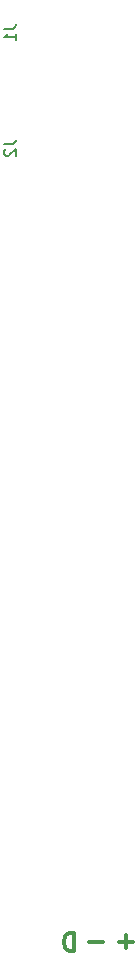
<source format=gbr>
G04 #@! TF.GenerationSoftware,KiCad,Pcbnew,(5.1.4)-1*
G04 #@! TF.CreationDate,2021-02-12T09:42:23+03:00*
G04 #@! TF.ProjectId,combined,636f6d62-696e-4656-942e-6b696361645f,rev?*
G04 #@! TF.SameCoordinates,Original*
G04 #@! TF.FileFunction,Legend,Bot*
G04 #@! TF.FilePolarity,Positive*
%FSLAX46Y46*%
G04 Gerber Fmt 4.6, Leading zero omitted, Abs format (unit mm)*
G04 Created by KiCad (PCBNEW (5.1.4)-1) date 2021-02-12 09:42:23*
%MOMM*%
%LPD*%
G04 APERTURE LIST*
%ADD10C,0.300000*%
%ADD11C,0.150000*%
G04 APERTURE END LIST*
D10*
X85280571Y-141878857D02*
X86423428Y-141878857D01*
X85852000Y-141307428D02*
X85852000Y-142450285D01*
X82740571Y-141878857D02*
X83883428Y-141878857D01*
X81418857Y-142664571D02*
X81418857Y-141164571D01*
X81061714Y-141164571D01*
X80847428Y-141236000D01*
X80704571Y-141378857D01*
X80633142Y-141521714D01*
X80561714Y-141807428D01*
X80561714Y-142021714D01*
X80633142Y-142307428D01*
X80704571Y-142450285D01*
X80847428Y-142593142D01*
X81061714Y-142664571D01*
X81418857Y-142664571D01*
D11*
X75525380Y-74342666D02*
X76239666Y-74342666D01*
X76382523Y-74295047D01*
X76477761Y-74199809D01*
X76525380Y-74056952D01*
X76525380Y-73961714D01*
X75620619Y-74771238D02*
X75573000Y-74818857D01*
X75525380Y-74914095D01*
X75525380Y-75152190D01*
X75573000Y-75247428D01*
X75620619Y-75295047D01*
X75715857Y-75342666D01*
X75811095Y-75342666D01*
X75953952Y-75295047D01*
X76525380Y-74723619D01*
X76525380Y-75342666D01*
X75525380Y-64563666D02*
X76239666Y-64563666D01*
X76382523Y-64516047D01*
X76477761Y-64420809D01*
X76525380Y-64277952D01*
X76525380Y-64182714D01*
X76525380Y-65563666D02*
X76525380Y-64992238D01*
X76525380Y-65277952D02*
X75525380Y-65277952D01*
X75668238Y-65182714D01*
X75763476Y-65087476D01*
X75811095Y-64992238D01*
M02*

</source>
